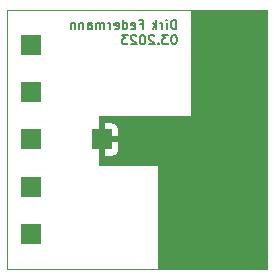
<source format=gbl>
G04 #@! TF.GenerationSoftware,KiCad,Pcbnew,(7.0.0)*
G04 #@! TF.CreationDate,2023-03-10T18:26:51+01:00*
G04 #@! TF.ProjectId,CapacitorBox1206,43617061-6369-4746-9f72-426f78313230,rev?*
G04 #@! TF.SameCoordinates,Original*
G04 #@! TF.FileFunction,Copper,L2,Bot*
G04 #@! TF.FilePolarity,Positive*
%FSLAX46Y46*%
G04 Gerber Fmt 4.6, Leading zero omitted, Abs format (unit mm)*
G04 Created by KiCad (PCBNEW (7.0.0)) date 2023-03-10 18:26:51*
%MOMM*%
%LPD*%
G01*
G04 APERTURE LIST*
%ADD10C,0.150000*%
G04 #@! TA.AperFunction,NonConductor*
%ADD11C,0.150000*%
G04 #@! TD*
G04 #@! TA.AperFunction,ComponentPad*
%ADD12R,1.700000X1.700000*%
G04 #@! TD*
G04 #@! TA.AperFunction,ViaPad*
%ADD13C,0.800000*%
G04 #@! TD*
G04 #@! TA.AperFunction,Conductor*
%ADD14C,0.500000*%
G04 #@! TD*
G04 #@! TA.AperFunction,Profile*
%ADD15C,0.100000*%
G04 #@! TD*
G04 APERTURE END LIST*
D10*
D11*
X115309523Y-101645904D02*
X115309523Y-100845904D01*
X115309523Y-100845904D02*
X115119047Y-100845904D01*
X115119047Y-100845904D02*
X115004761Y-100884000D01*
X115004761Y-100884000D02*
X114928571Y-100960190D01*
X114928571Y-100960190D02*
X114890476Y-101036380D01*
X114890476Y-101036380D02*
X114852380Y-101188761D01*
X114852380Y-101188761D02*
X114852380Y-101303047D01*
X114852380Y-101303047D02*
X114890476Y-101455428D01*
X114890476Y-101455428D02*
X114928571Y-101531619D01*
X114928571Y-101531619D02*
X115004761Y-101607809D01*
X115004761Y-101607809D02*
X115119047Y-101645904D01*
X115119047Y-101645904D02*
X115309523Y-101645904D01*
X114509523Y-101645904D02*
X114509523Y-101112571D01*
X114509523Y-100845904D02*
X114547619Y-100884000D01*
X114547619Y-100884000D02*
X114509523Y-100922095D01*
X114509523Y-100922095D02*
X114471428Y-100884000D01*
X114471428Y-100884000D02*
X114509523Y-100845904D01*
X114509523Y-100845904D02*
X114509523Y-100922095D01*
X114128571Y-101645904D02*
X114128571Y-101112571D01*
X114128571Y-101264952D02*
X114090476Y-101188761D01*
X114090476Y-101188761D02*
X114052381Y-101150666D01*
X114052381Y-101150666D02*
X113976190Y-101112571D01*
X113976190Y-101112571D02*
X113900000Y-101112571D01*
X113633333Y-101645904D02*
X113633333Y-100845904D01*
X113557143Y-101341142D02*
X113328571Y-101645904D01*
X113328571Y-101112571D02*
X113633333Y-101417333D01*
X112239048Y-101226857D02*
X112505714Y-101226857D01*
X112505714Y-101645904D02*
X112505714Y-100845904D01*
X112505714Y-100845904D02*
X112124762Y-100845904D01*
X111515238Y-101607809D02*
X111591429Y-101645904D01*
X111591429Y-101645904D02*
X111743810Y-101645904D01*
X111743810Y-101645904D02*
X111820000Y-101607809D01*
X111820000Y-101607809D02*
X111858096Y-101531619D01*
X111858096Y-101531619D02*
X111858096Y-101226857D01*
X111858096Y-101226857D02*
X111820000Y-101150666D01*
X111820000Y-101150666D02*
X111743810Y-101112571D01*
X111743810Y-101112571D02*
X111591429Y-101112571D01*
X111591429Y-101112571D02*
X111515238Y-101150666D01*
X111515238Y-101150666D02*
X111477143Y-101226857D01*
X111477143Y-101226857D02*
X111477143Y-101303047D01*
X111477143Y-101303047D02*
X111858096Y-101379238D01*
X110791429Y-101645904D02*
X110791429Y-100845904D01*
X110791429Y-101607809D02*
X110867620Y-101645904D01*
X110867620Y-101645904D02*
X111020001Y-101645904D01*
X111020001Y-101645904D02*
X111096191Y-101607809D01*
X111096191Y-101607809D02*
X111134286Y-101569714D01*
X111134286Y-101569714D02*
X111172382Y-101493523D01*
X111172382Y-101493523D02*
X111172382Y-101264952D01*
X111172382Y-101264952D02*
X111134286Y-101188761D01*
X111134286Y-101188761D02*
X111096191Y-101150666D01*
X111096191Y-101150666D02*
X111020001Y-101112571D01*
X111020001Y-101112571D02*
X110867620Y-101112571D01*
X110867620Y-101112571D02*
X110791429Y-101150666D01*
X110105714Y-101607809D02*
X110181905Y-101645904D01*
X110181905Y-101645904D02*
X110334286Y-101645904D01*
X110334286Y-101645904D02*
X110410476Y-101607809D01*
X110410476Y-101607809D02*
X110448572Y-101531619D01*
X110448572Y-101531619D02*
X110448572Y-101226857D01*
X110448572Y-101226857D02*
X110410476Y-101150666D01*
X110410476Y-101150666D02*
X110334286Y-101112571D01*
X110334286Y-101112571D02*
X110181905Y-101112571D01*
X110181905Y-101112571D02*
X110105714Y-101150666D01*
X110105714Y-101150666D02*
X110067619Y-101226857D01*
X110067619Y-101226857D02*
X110067619Y-101303047D01*
X110067619Y-101303047D02*
X110448572Y-101379238D01*
X109724762Y-101645904D02*
X109724762Y-101112571D01*
X109724762Y-101264952D02*
X109686667Y-101188761D01*
X109686667Y-101188761D02*
X109648572Y-101150666D01*
X109648572Y-101150666D02*
X109572381Y-101112571D01*
X109572381Y-101112571D02*
X109496191Y-101112571D01*
X109229524Y-101645904D02*
X109229524Y-101112571D01*
X109229524Y-101188761D02*
X109191429Y-101150666D01*
X109191429Y-101150666D02*
X109115239Y-101112571D01*
X109115239Y-101112571D02*
X109000953Y-101112571D01*
X109000953Y-101112571D02*
X108924762Y-101150666D01*
X108924762Y-101150666D02*
X108886667Y-101226857D01*
X108886667Y-101226857D02*
X108886667Y-101645904D01*
X108886667Y-101226857D02*
X108848572Y-101150666D01*
X108848572Y-101150666D02*
X108772381Y-101112571D01*
X108772381Y-101112571D02*
X108658096Y-101112571D01*
X108658096Y-101112571D02*
X108581905Y-101150666D01*
X108581905Y-101150666D02*
X108543810Y-101226857D01*
X108543810Y-101226857D02*
X108543810Y-101645904D01*
X107820000Y-101645904D02*
X107820000Y-101226857D01*
X107820000Y-101226857D02*
X107858095Y-101150666D01*
X107858095Y-101150666D02*
X107934286Y-101112571D01*
X107934286Y-101112571D02*
X108086667Y-101112571D01*
X108086667Y-101112571D02*
X108162857Y-101150666D01*
X107820000Y-101607809D02*
X107896191Y-101645904D01*
X107896191Y-101645904D02*
X108086667Y-101645904D01*
X108086667Y-101645904D02*
X108162857Y-101607809D01*
X108162857Y-101607809D02*
X108200953Y-101531619D01*
X108200953Y-101531619D02*
X108200953Y-101455428D01*
X108200953Y-101455428D02*
X108162857Y-101379238D01*
X108162857Y-101379238D02*
X108086667Y-101341142D01*
X108086667Y-101341142D02*
X107896191Y-101341142D01*
X107896191Y-101341142D02*
X107820000Y-101303047D01*
X107439047Y-101112571D02*
X107439047Y-101645904D01*
X107439047Y-101188761D02*
X107400952Y-101150666D01*
X107400952Y-101150666D02*
X107324762Y-101112571D01*
X107324762Y-101112571D02*
X107210476Y-101112571D01*
X107210476Y-101112571D02*
X107134285Y-101150666D01*
X107134285Y-101150666D02*
X107096190Y-101226857D01*
X107096190Y-101226857D02*
X107096190Y-101645904D01*
X106715237Y-101112571D02*
X106715237Y-101645904D01*
X106715237Y-101188761D02*
X106677142Y-101150666D01*
X106677142Y-101150666D02*
X106600952Y-101112571D01*
X106600952Y-101112571D02*
X106486666Y-101112571D01*
X106486666Y-101112571D02*
X106410475Y-101150666D01*
X106410475Y-101150666D02*
X106372380Y-101226857D01*
X106372380Y-101226857D02*
X106372380Y-101645904D01*
X115157142Y-102141904D02*
X115080952Y-102141904D01*
X115080952Y-102141904D02*
X115004761Y-102180000D01*
X115004761Y-102180000D02*
X114966666Y-102218095D01*
X114966666Y-102218095D02*
X114928571Y-102294285D01*
X114928571Y-102294285D02*
X114890476Y-102446666D01*
X114890476Y-102446666D02*
X114890476Y-102637142D01*
X114890476Y-102637142D02*
X114928571Y-102789523D01*
X114928571Y-102789523D02*
X114966666Y-102865714D01*
X114966666Y-102865714D02*
X115004761Y-102903809D01*
X115004761Y-102903809D02*
X115080952Y-102941904D01*
X115080952Y-102941904D02*
X115157142Y-102941904D01*
X115157142Y-102941904D02*
X115233333Y-102903809D01*
X115233333Y-102903809D02*
X115271428Y-102865714D01*
X115271428Y-102865714D02*
X115309523Y-102789523D01*
X115309523Y-102789523D02*
X115347619Y-102637142D01*
X115347619Y-102637142D02*
X115347619Y-102446666D01*
X115347619Y-102446666D02*
X115309523Y-102294285D01*
X115309523Y-102294285D02*
X115271428Y-102218095D01*
X115271428Y-102218095D02*
X115233333Y-102180000D01*
X115233333Y-102180000D02*
X115157142Y-102141904D01*
X114623809Y-102141904D02*
X114128571Y-102141904D01*
X114128571Y-102141904D02*
X114395237Y-102446666D01*
X114395237Y-102446666D02*
X114280952Y-102446666D01*
X114280952Y-102446666D02*
X114204761Y-102484761D01*
X114204761Y-102484761D02*
X114166666Y-102522857D01*
X114166666Y-102522857D02*
X114128571Y-102599047D01*
X114128571Y-102599047D02*
X114128571Y-102789523D01*
X114128571Y-102789523D02*
X114166666Y-102865714D01*
X114166666Y-102865714D02*
X114204761Y-102903809D01*
X114204761Y-102903809D02*
X114280952Y-102941904D01*
X114280952Y-102941904D02*
X114509523Y-102941904D01*
X114509523Y-102941904D02*
X114585714Y-102903809D01*
X114585714Y-102903809D02*
X114623809Y-102865714D01*
X113785713Y-102865714D02*
X113747618Y-102903809D01*
X113747618Y-102903809D02*
X113785713Y-102941904D01*
X113785713Y-102941904D02*
X113823809Y-102903809D01*
X113823809Y-102903809D02*
X113785713Y-102865714D01*
X113785713Y-102865714D02*
X113785713Y-102941904D01*
X113442857Y-102218095D02*
X113404761Y-102180000D01*
X113404761Y-102180000D02*
X113328571Y-102141904D01*
X113328571Y-102141904D02*
X113138095Y-102141904D01*
X113138095Y-102141904D02*
X113061904Y-102180000D01*
X113061904Y-102180000D02*
X113023809Y-102218095D01*
X113023809Y-102218095D02*
X112985714Y-102294285D01*
X112985714Y-102294285D02*
X112985714Y-102370476D01*
X112985714Y-102370476D02*
X113023809Y-102484761D01*
X113023809Y-102484761D02*
X113480952Y-102941904D01*
X113480952Y-102941904D02*
X112985714Y-102941904D01*
X112490475Y-102141904D02*
X112414285Y-102141904D01*
X112414285Y-102141904D02*
X112338094Y-102180000D01*
X112338094Y-102180000D02*
X112299999Y-102218095D01*
X112299999Y-102218095D02*
X112261904Y-102294285D01*
X112261904Y-102294285D02*
X112223809Y-102446666D01*
X112223809Y-102446666D02*
X112223809Y-102637142D01*
X112223809Y-102637142D02*
X112261904Y-102789523D01*
X112261904Y-102789523D02*
X112299999Y-102865714D01*
X112299999Y-102865714D02*
X112338094Y-102903809D01*
X112338094Y-102903809D02*
X112414285Y-102941904D01*
X112414285Y-102941904D02*
X112490475Y-102941904D01*
X112490475Y-102941904D02*
X112566666Y-102903809D01*
X112566666Y-102903809D02*
X112604761Y-102865714D01*
X112604761Y-102865714D02*
X112642856Y-102789523D01*
X112642856Y-102789523D02*
X112680952Y-102637142D01*
X112680952Y-102637142D02*
X112680952Y-102446666D01*
X112680952Y-102446666D02*
X112642856Y-102294285D01*
X112642856Y-102294285D02*
X112604761Y-102218095D01*
X112604761Y-102218095D02*
X112566666Y-102180000D01*
X112566666Y-102180000D02*
X112490475Y-102141904D01*
X111919047Y-102218095D02*
X111880951Y-102180000D01*
X111880951Y-102180000D02*
X111804761Y-102141904D01*
X111804761Y-102141904D02*
X111614285Y-102141904D01*
X111614285Y-102141904D02*
X111538094Y-102180000D01*
X111538094Y-102180000D02*
X111499999Y-102218095D01*
X111499999Y-102218095D02*
X111461904Y-102294285D01*
X111461904Y-102294285D02*
X111461904Y-102370476D01*
X111461904Y-102370476D02*
X111499999Y-102484761D01*
X111499999Y-102484761D02*
X111957142Y-102941904D01*
X111957142Y-102941904D02*
X111461904Y-102941904D01*
X111195237Y-102141904D02*
X110699999Y-102141904D01*
X110699999Y-102141904D02*
X110966665Y-102446666D01*
X110966665Y-102446666D02*
X110852380Y-102446666D01*
X110852380Y-102446666D02*
X110776189Y-102484761D01*
X110776189Y-102484761D02*
X110738094Y-102522857D01*
X110738094Y-102522857D02*
X110699999Y-102599047D01*
X110699999Y-102599047D02*
X110699999Y-102789523D01*
X110699999Y-102789523D02*
X110738094Y-102865714D01*
X110738094Y-102865714D02*
X110776189Y-102903809D01*
X110776189Y-102903809D02*
X110852380Y-102941904D01*
X110852380Y-102941904D02*
X111080951Y-102941904D01*
X111080951Y-102941904D02*
X111157142Y-102903809D01*
X111157142Y-102903809D02*
X111195237Y-102865714D01*
D12*
X102999999Y-114999999D03*
X102999999Y-118999999D03*
X102999999Y-102999999D03*
X108999999Y-110999999D03*
X102999999Y-110999999D03*
X102999999Y-106999999D03*
D13*
X119837500Y-117250000D03*
X119837500Y-112250000D03*
X119837500Y-104750000D03*
X119837500Y-102250000D03*
X119837500Y-107250000D03*
X119837500Y-119750000D03*
X119837500Y-109750000D03*
X119837500Y-114750000D03*
D14*
X109000000Y-111000000D02*
X119675000Y-111000000D01*
X119837500Y-102250000D02*
X119837500Y-110837500D01*
X119675000Y-111000000D02*
X119837500Y-110837500D01*
X119837500Y-110837500D02*
X119837500Y-119750000D01*
G04 #@! TA.AperFunction,Conductor*
G36*
X122936500Y-100017381D02*
G01*
X122982619Y-100063500D01*
X122999500Y-100126500D01*
X122999500Y-121873500D01*
X122982619Y-121936500D01*
X122936500Y-121982619D01*
X122873500Y-121999500D01*
X113876000Y-121999500D01*
X113813000Y-121982619D01*
X113766881Y-121936500D01*
X113750000Y-121873500D01*
X113750000Y-113266590D01*
X113750000Y-113250000D01*
X113733410Y-113250000D01*
X108876000Y-113250000D01*
X108813000Y-113233119D01*
X108766881Y-113187000D01*
X108750000Y-113124000D01*
X108750000Y-112341410D01*
X109254000Y-112341410D01*
X109257506Y-112354493D01*
X109270590Y-112358000D01*
X109895223Y-112358000D01*
X109901938Y-112357640D01*
X109951257Y-112352337D01*
X109966478Y-112348740D01*
X110087519Y-112303594D01*
X110103175Y-112295045D01*
X110205692Y-112218302D01*
X110218302Y-112205692D01*
X110295045Y-112103175D01*
X110303594Y-112087519D01*
X110348740Y-111966478D01*
X110352337Y-111951257D01*
X110357640Y-111901938D01*
X110358000Y-111895223D01*
X110358000Y-111270590D01*
X110354493Y-111257506D01*
X110341410Y-111254000D01*
X109270590Y-111254000D01*
X109257506Y-111257506D01*
X109254000Y-111270590D01*
X109254000Y-112341410D01*
X108750000Y-112341410D01*
X108750000Y-110729410D01*
X109254000Y-110729410D01*
X109257506Y-110742493D01*
X109270590Y-110746000D01*
X110341410Y-110746000D01*
X110354493Y-110742493D01*
X110358000Y-110729410D01*
X110358000Y-110104777D01*
X110357640Y-110098061D01*
X110352337Y-110048742D01*
X110348740Y-110033521D01*
X110303594Y-109912480D01*
X110295045Y-109896824D01*
X110218302Y-109794307D01*
X110205692Y-109781697D01*
X110103175Y-109704954D01*
X110087519Y-109696405D01*
X109966478Y-109651259D01*
X109951257Y-109647662D01*
X109901938Y-109642359D01*
X109895223Y-109642000D01*
X109270590Y-109642000D01*
X109257506Y-109645506D01*
X109254000Y-109658590D01*
X109254000Y-110729410D01*
X108750000Y-110729410D01*
X108750000Y-109126000D01*
X108766881Y-109063000D01*
X108813000Y-109016881D01*
X108876000Y-109000000D01*
X116583410Y-109000000D01*
X116600000Y-109000000D01*
X116600000Y-100126500D01*
X116616881Y-100063500D01*
X116663000Y-100017381D01*
X116726000Y-100000500D01*
X122873500Y-100000500D01*
X122936500Y-100017381D01*
G37*
G04 #@! TD.AperFunction*
D15*
X101000000Y-100000000D02*
X123000000Y-100000000D01*
X123000000Y-100000000D02*
X123000000Y-122000000D01*
X123000000Y-122000000D02*
X101000000Y-122000000D01*
X101000000Y-100000000D02*
X101000000Y-122000000D01*
M02*

</source>
